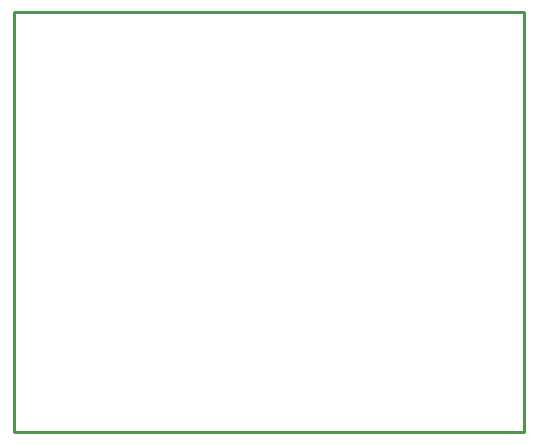
<source format=gbr>
G04 EAGLE Gerber RS-274X export*
G75*
%MOMM*%
%FSLAX34Y34*%
%LPD*%
%IN*%
%IPPOS*%
%AMOC8*
5,1,8,0,0,1.08239X$1,22.5*%
G01*
%ADD10C,0.254000*%


D10*
X0Y0D02*
X431800Y0D01*
X431800Y355600D01*
X0Y355600D01*
X0Y0D01*
M02*

</source>
